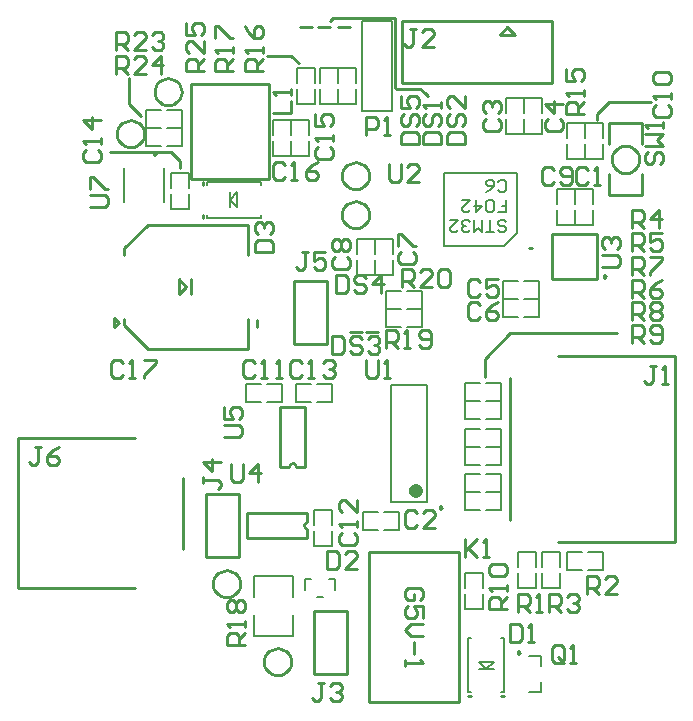
<source format=gto>
G04*
G04 #@! TF.GenerationSoftware,Altium Limited,Altium Designer,20.1.12 (249)*
G04*
G04 Layer_Color=65535*
%FSLAX25Y25*%
%MOIN*%
G70*
G04*
G04 #@! TF.SameCoordinates,CD40AE63-01C5-41B5-9579-828B942A7482*
G04*
G04*
G04 #@! TF.FilePolarity,Positive*
G04*
G01*
G75*
%ADD10C,0.01000*%
%ADD11C,0.00984*%
%ADD12C,0.02362*%
%ADD13C,0.00800*%
%ADD14C,0.00787*%
D10*
X578028Y385000D02*
X577914Y386007D01*
X577579Y386965D01*
X577040Y387823D01*
X576323Y388540D01*
X575464Y389079D01*
X574508Y389414D01*
X573500Y389528D01*
X572493Y389414D01*
X571535Y389079D01*
X570677Y388540D01*
X569960Y387823D01*
X569421Y386965D01*
X569086Y386007D01*
X568972Y385000D01*
X569086Y383993D01*
X569421Y383035D01*
X569960Y382177D01*
X570677Y381460D01*
X571535Y380921D01*
X572493Y380586D01*
X573500Y380472D01*
X574508Y380586D01*
X575464Y380921D01*
X576323Y381460D01*
X577040Y382177D01*
X577579Y383035D01*
X577914Y383993D01*
X578028Y385000D01*
X567000Y346000D02*
X566250Y346433D01*
Y345567D01*
X567000Y346000D01*
X463748Y282500D02*
X463382Y283384D01*
X462498Y283750D01*
X461614Y283384D01*
X461248Y282500D01*
X467493Y264248D02*
X466609Y263882D01*
X466243Y262998D01*
X466609Y262114D01*
X467493Y261748D01*
X488000Y379500D02*
X487887Y380501D01*
X487554Y381452D01*
X487018Y382306D01*
X486306Y383018D01*
X485453Y383554D01*
X484501Y383887D01*
X483500Y384000D01*
X482499Y383887D01*
X481547Y383554D01*
X480694Y383018D01*
X479982Y382306D01*
X479446Y381452D01*
X479113Y380501D01*
X479000Y379500D01*
X479113Y378499D01*
X479446Y377548D01*
X479982Y376694D01*
X480694Y375982D01*
X481547Y375446D01*
X482499Y375113D01*
X483500Y375000D01*
X484501Y375113D01*
X485453Y375446D01*
X486306Y375982D01*
X487018Y376694D01*
X487554Y377548D01*
X487887Y378499D01*
X488000Y379500D01*
Y366500D02*
X487887Y367501D01*
X487554Y368453D01*
X487018Y369306D01*
X486306Y370018D01*
X485453Y370554D01*
X484501Y370887D01*
X483500Y371000D01*
X482499Y370887D01*
X481547Y370554D01*
X480694Y370018D01*
X479982Y369306D01*
X479446Y368453D01*
X479113Y367501D01*
X479000Y366500D01*
X479113Y365499D01*
X479446Y364547D01*
X479982Y363694D01*
X480694Y362982D01*
X481547Y362446D01*
X482499Y362113D01*
X483500Y362000D01*
X484501Y362113D01*
X485453Y362446D01*
X486306Y362982D01*
X487018Y363694D01*
X487554Y364547D01*
X487887Y365499D01*
X488000Y366500D01*
X445000Y243500D02*
X444887Y244501D01*
X444554Y245452D01*
X444018Y246306D01*
X443306Y247018D01*
X442452Y247554D01*
X441501Y247887D01*
X440500Y248000D01*
X439499Y247887D01*
X438548Y247554D01*
X437694Y247018D01*
X436982Y246306D01*
X436446Y245452D01*
X436113Y244501D01*
X436000Y243500D01*
X436113Y242499D01*
X436446Y241547D01*
X436982Y240694D01*
X437694Y239982D01*
X438548Y239446D01*
X439499Y239113D01*
X440500Y239000D01*
X441501Y239113D01*
X442452Y239446D01*
X443306Y239982D01*
X444018Y240694D01*
X444554Y241547D01*
X444887Y242499D01*
X445000Y243500D01*
X462000Y217500D02*
X461887Y218501D01*
X461554Y219453D01*
X461018Y220306D01*
X460306Y221018D01*
X459452Y221554D01*
X458501Y221887D01*
X457500Y222000D01*
X456499Y221887D01*
X455548Y221554D01*
X454694Y221018D01*
X453982Y220306D01*
X453446Y219453D01*
X453113Y218501D01*
X453000Y217500D01*
X453113Y216499D01*
X453446Y215547D01*
X453982Y214694D01*
X454694Y213982D01*
X455548Y213446D01*
X456499Y213113D01*
X457500Y213000D01*
X458501Y213113D01*
X459452Y213446D01*
X460306Y213982D01*
X461018Y214694D01*
X461554Y215547D01*
X461887Y216499D01*
X462000Y217500D01*
X413000Y393500D02*
X412887Y394501D01*
X412554Y395452D01*
X412018Y396306D01*
X411306Y397018D01*
X410453Y397554D01*
X409501Y397887D01*
X408500Y398000D01*
X407499Y397887D01*
X406547Y397554D01*
X405694Y397018D01*
X404982Y396306D01*
X404446Y395452D01*
X404113Y394501D01*
X404000Y393500D01*
X404113Y392499D01*
X404446Y391547D01*
X404982Y390694D01*
X405694Y389982D01*
X406547Y389446D01*
X407499Y389113D01*
X408500Y389000D01*
X409501Y389113D01*
X410453Y389446D01*
X411306Y389982D01*
X412018Y390694D01*
X412554Y391547D01*
X412887Y392499D01*
X413000Y393500D01*
X425500Y407500D02*
X425387Y408501D01*
X425054Y409452D01*
X424518Y410306D01*
X423806Y411018D01*
X422953Y411554D01*
X422001Y411887D01*
X421000Y412000D01*
X419999Y411887D01*
X419047Y411554D01*
X418194Y411018D01*
X417482Y410306D01*
X416946Y409452D01*
X416613Y408501D01*
X416500Y407500D01*
X416613Y406499D01*
X416946Y405548D01*
X417482Y404694D01*
X418194Y403982D01*
X419047Y403446D01*
X419999Y403113D01*
X421000Y403000D01*
X422001Y403113D01*
X422953Y403446D01*
X423806Y403982D01*
X424518Y404694D01*
X425054Y405548D01*
X425387Y406499D01*
X425500Y407500D01*
X506500Y407000D02*
X507500Y406000D01*
X505000Y408500D02*
X506500Y407000D01*
X502500Y408500D02*
X505000D01*
X447666Y353229D02*
Y363170D01*
Y321831D02*
Y331772D01*
X414201Y321831D02*
X447666D01*
X414201Y363170D02*
X447666D01*
X406327Y329705D02*
X414201Y321831D01*
X406327Y355296D02*
X414201Y363170D01*
X406327Y329705D02*
Y331870D01*
Y353130D02*
Y355296D01*
X428602Y339953D02*
Y344953D01*
X424602Y339953D02*
X427102Y342454D01*
X424602Y339953D02*
Y344953D01*
X427102Y342454D01*
X403000Y329000D02*
X404500Y330500D01*
X403000Y332000D02*
X404500Y330500D01*
X403000Y329000D02*
Y332000D01*
X450500Y329000D02*
Y331500D01*
X564000Y398000D02*
Y400000D01*
X568000Y404000D01*
X582000D01*
X475000Y431000D02*
X476000Y432000D01*
X496500D01*
Y409000D02*
Y432000D01*
Y409000D02*
X497000Y408500D01*
X502500D01*
X568000Y373000D02*
X579000D01*
Y380000D01*
X568000Y373000D02*
Y380000D01*
X579000Y390000D02*
Y397000D01*
X568000D02*
X579000D01*
X568000Y390000D02*
Y397000D01*
X541374Y355441D02*
X542374D01*
X549000Y410500D02*
Y431000D01*
X499000D02*
X549000D01*
X499000Y410500D02*
Y431000D01*
Y410500D02*
X549000D01*
X531500Y426500D02*
X534000Y429000D01*
X536500Y426500D01*
X531500D02*
X536500D01*
X465000Y429000D02*
X469000D01*
X477500D02*
X481500D01*
X471000D02*
X475000D01*
X462000Y419500D02*
X464500Y417000D01*
X461500Y419500D02*
X462000D01*
X454000D02*
X461500D01*
X432500Y376500D02*
Y377500D01*
Y365500D02*
Y366500D01*
X425000Y382000D02*
Y384500D01*
X422000Y387500D02*
X425000Y384500D01*
X401500Y387500D02*
X422000D01*
X408000Y403500D02*
X412000Y399500D01*
X408000Y403500D02*
Y412000D01*
X428500Y378500D02*
X454500D01*
X428500D02*
Y410000D01*
X454500D01*
Y378500D02*
Y410000D01*
X487000Y327500D02*
X491000D01*
X481500D02*
X485500D01*
X564000Y345000D02*
Y360000D01*
X549000D02*
X564000D01*
X549000Y345000D02*
Y360000D01*
Y345000D02*
X564000D01*
X526500Y312500D02*
Y318500D01*
X535000Y327000D01*
X570500D01*
X466577Y282500D02*
Y302500D01*
X458420D02*
X466577D01*
X458420Y282500D02*
Y302500D01*
Y282500D02*
X461248D01*
X463748D02*
X466577D01*
X467493Y264248D02*
Y267077D01*
Y258920D02*
Y261748D01*
X447493Y258920D02*
X467493D01*
X447493D02*
Y267077D01*
X467493D01*
X433500Y252500D02*
X444500D01*
X433500D02*
Y273500D01*
X444500D01*
Y252500D02*
Y273500D01*
X469500Y234500D02*
X480500D01*
Y213500D02*
Y234500D01*
X469500Y213500D02*
X480500D01*
X469500D02*
Y234500D01*
X488000Y254000D02*
X518000D01*
X488000Y204000D02*
Y254000D01*
Y204000D02*
X518000D01*
Y254000D01*
X521000Y206000D02*
X522000D01*
X532000D02*
X533000D01*
X550999Y257499D02*
X589999D01*
X550999Y319499D02*
X589999D01*
X534999Y264877D02*
Y312121D01*
X589999Y257499D02*
Y319499D01*
X371000Y242000D02*
X410000D01*
X371000Y292000D02*
X410000D01*
X426000Y255189D02*
Y278811D01*
X371000Y242000D02*
Y292000D01*
X474000Y323500D02*
Y344500D01*
X463000D02*
X474000D01*
X463000Y323500D02*
Y344500D01*
Y323500D02*
X474000D01*
X406001Y316999D02*
X405001Y317999D01*
X403002D01*
X402002Y316999D01*
Y313001D01*
X403002Y312001D01*
X405001D01*
X406001Y313001D01*
X408001Y312001D02*
X410000D01*
X409000D01*
Y317999D01*
X408001Y316999D01*
X412999Y317999D02*
X416998D01*
Y316999D01*
X412999Y313001D01*
Y312001D01*
X535001Y229999D02*
Y224001D01*
X538000D01*
X539000Y225001D01*
Y228999D01*
X538000Y229999D01*
X535001D01*
X540999Y224001D02*
X542999D01*
X541999D01*
Y229999D01*
X540999Y228999D01*
X583501Y403001D02*
X582501Y402001D01*
Y400002D01*
X583501Y399002D01*
X587499D01*
X588499Y400002D01*
Y402001D01*
X587499Y403001D01*
X588499Y405000D02*
Y407000D01*
Y406000D01*
X582501D01*
X583501Y405000D01*
Y409999D02*
X582501Y410998D01*
Y412998D01*
X583501Y413998D01*
X587499D01*
X588499Y412998D01*
Y410998D01*
X587499Y409999D01*
X583501D01*
X559499Y400002D02*
X553501D01*
Y403001D01*
X554501Y404001D01*
X556500D01*
X557500Y403001D01*
Y400002D01*
Y402002D02*
X559499Y404001D01*
Y406001D02*
Y408000D01*
Y407000D01*
X553501D01*
X554501Y406001D01*
X553501Y414998D02*
Y410999D01*
X556500D01*
X555500Y412998D01*
Y413998D01*
X556500Y414998D01*
X558499D01*
X559499Y413998D01*
Y411999D01*
X558499Y410999D01*
X581001Y387501D02*
X580001Y386501D01*
Y384502D01*
X581001Y383502D01*
X582000D01*
X583000Y384502D01*
Y386501D01*
X584000Y387501D01*
X584999D01*
X585999Y386501D01*
Y384502D01*
X584999Y383502D01*
X580001Y389500D02*
X585999D01*
X584000Y391500D01*
X585999Y393499D01*
X580001D01*
X585999Y395498D02*
Y397498D01*
Y396498D01*
X580001D01*
X581001Y395498D01*
X561000Y381499D02*
X560000Y382499D01*
X558001D01*
X557001Y381499D01*
Y377501D01*
X558001Y376501D01*
X560000D01*
X561000Y377501D01*
X562999Y376501D02*
X564999D01*
X563999D01*
Y382499D01*
X562999Y381499D01*
X549500D02*
X548501Y382499D01*
X546501D01*
X545502Y381499D01*
Y377501D01*
X546501Y376501D01*
X548501D01*
X549500Y377501D01*
X551500D02*
X552499Y376501D01*
X554499D01*
X555498Y377501D01*
Y381499D01*
X554499Y382499D01*
X552499D01*
X551500Y381499D01*
Y380500D01*
X552499Y379500D01*
X555498D01*
X527001Y398500D02*
X526001Y397501D01*
Y395501D01*
X527001Y394502D01*
X530999D01*
X531999Y395501D01*
Y397501D01*
X530999Y398500D01*
X527001Y400500D02*
X526001Y401499D01*
Y403499D01*
X527001Y404498D01*
X528000D01*
X529000Y403499D01*
Y402499D01*
Y403499D01*
X530000Y404498D01*
X530999D01*
X531999Y403499D01*
Y401499D01*
X530999Y400500D01*
X547501Y398500D02*
X546501Y397501D01*
Y395501D01*
X547501Y394502D01*
X551499D01*
X552499Y395501D01*
Y397501D01*
X551499Y398500D01*
X552499Y403499D02*
X546501D01*
X549500Y400500D01*
Y404498D01*
X494502Y383499D02*
Y378501D01*
X495501Y377501D01*
X497501D01*
X498500Y378501D01*
Y383499D01*
X504498Y377501D02*
X500500D01*
X504498Y381500D01*
Y382499D01*
X503499Y383499D01*
X501499D01*
X500500Y382499D01*
X503500Y428499D02*
X501501D01*
X502501D01*
Y423501D01*
X501501Y422501D01*
X500501D01*
X499502Y423501D01*
X509498Y422501D02*
X505500D01*
X509498Y426500D01*
Y427499D01*
X508499Y428499D01*
X506499D01*
X505500Y427499D01*
X487001Y393001D02*
Y398999D01*
X490000D01*
X491000Y397999D01*
Y396000D01*
X490000Y395000D01*
X487001D01*
X492999Y393001D02*
X494999D01*
X493999D01*
Y398999D01*
X492999Y397999D01*
X498501Y390003D02*
X504499D01*
Y393002D01*
X503499Y394001D01*
X499501D01*
X498501Y393002D01*
Y390003D01*
X499501Y399999D02*
X498501Y399000D01*
Y397000D01*
X499501Y396001D01*
X500500D01*
X501500Y397000D01*
Y399000D01*
X502500Y399999D01*
X503499D01*
X504499Y399000D01*
Y397000D01*
X503499Y396001D01*
X498501Y405997D02*
Y401999D01*
X501500D01*
X500500Y403998D01*
Y404998D01*
X501500Y405997D01*
X503499D01*
X504499Y404998D01*
Y402998D01*
X503499Y401999D01*
X514001Y390003D02*
X519999D01*
Y393002D01*
X518999Y394001D01*
X515001D01*
X514001Y393002D01*
Y390003D01*
X515001Y399999D02*
X514001Y399000D01*
Y397000D01*
X515001Y396001D01*
X516000D01*
X517000Y397000D01*
Y399000D01*
X518000Y399999D01*
X518999D01*
X519999Y399000D01*
Y397000D01*
X518999Y396001D01*
X519999Y405997D02*
Y401999D01*
X516000Y405997D01*
X515001D01*
X514001Y404998D01*
Y402998D01*
X515001Y401999D01*
X506001Y390002D02*
X511999D01*
Y393001D01*
X510999Y394001D01*
X507001D01*
X506001Y393001D01*
Y390002D01*
X507001Y399999D02*
X506001Y398999D01*
Y397000D01*
X507001Y396000D01*
X508000D01*
X509000Y397000D01*
Y398999D01*
X510000Y399999D01*
X510999D01*
X511999Y398999D01*
Y397000D01*
X510999Y396000D01*
X511999Y401998D02*
Y403998D01*
Y402998D01*
X506001D01*
X507001Y401998D01*
X452499Y414502D02*
X446501D01*
Y417501D01*
X447501Y418501D01*
X449500D01*
X450500Y417501D01*
Y414502D01*
Y416502D02*
X452499Y418501D01*
Y420501D02*
Y422500D01*
Y421500D01*
X446501D01*
X447501Y420501D01*
X446501Y429498D02*
X447501Y427498D01*
X449500Y425499D01*
X451499D01*
X452499Y426499D01*
Y428498D01*
X451499Y429498D01*
X450500D01*
X449500Y428498D01*
Y425499D01*
X442499Y414502D02*
X436501D01*
Y417501D01*
X437501Y418501D01*
X439500D01*
X440500Y417501D01*
Y414502D01*
Y416502D02*
X442499Y418501D01*
Y420501D02*
Y422500D01*
Y421500D01*
X436501D01*
X437501Y420501D01*
X436501Y425499D02*
Y429498D01*
X437501D01*
X441499Y425499D01*
X442499D01*
X432999Y414503D02*
X427001D01*
Y417502D01*
X428001Y418501D01*
X430000D01*
X431000Y417502D01*
Y414503D01*
Y416502D02*
X432999Y418501D01*
Y424499D02*
Y420501D01*
X429000Y424499D01*
X428001D01*
X427001Y423500D01*
Y421500D01*
X428001Y420501D01*
X427001Y430497D02*
Y426499D01*
X430000D01*
X429000Y428498D01*
Y429498D01*
X430000Y430497D01*
X431999D01*
X432999Y429498D01*
Y427498D01*
X431999Y426499D01*
X471001Y389001D02*
X470001Y388001D01*
Y386002D01*
X471001Y385002D01*
X474999D01*
X475999Y386002D01*
Y388001D01*
X474999Y389001D01*
X475999Y391001D02*
Y393000D01*
Y392000D01*
X470001D01*
X471001Y391001D01*
X470001Y399998D02*
Y395999D01*
X473000D01*
X472000Y397998D01*
Y398998D01*
X473000Y399998D01*
X474999D01*
X475999Y398998D01*
Y396999D01*
X474999Y395999D01*
X460001Y382999D02*
X459001Y383999D01*
X457002D01*
X456002Y382999D01*
Y379001D01*
X457002Y378001D01*
X459001D01*
X460001Y379001D01*
X462001Y378001D02*
X464000D01*
X463000D01*
Y383999D01*
X462001Y382999D01*
X470998Y383999D02*
X468998Y382999D01*
X466999Y381000D01*
Y379001D01*
X467999Y378001D01*
X469998D01*
X470998Y379001D01*
Y380000D01*
X469998Y381000D01*
X466999D01*
X450001Y354002D02*
X455999D01*
Y357001D01*
X454999Y358000D01*
X451001D01*
X450001Y357001D01*
Y354002D01*
X451001Y360000D02*
X450001Y360999D01*
Y362999D01*
X451001Y363998D01*
X452000D01*
X453000Y362999D01*
Y361999D01*
Y362999D01*
X454000Y363998D01*
X454999D01*
X455999Y362999D01*
Y360999D01*
X454999Y360000D01*
X393501Y388001D02*
X392501Y387001D01*
Y385002D01*
X393501Y384002D01*
X397499D01*
X398499Y385002D01*
Y387001D01*
X397499Y388001D01*
X398499Y390001D02*
Y392000D01*
Y391000D01*
X392501D01*
X393501Y390001D01*
X398499Y397998D02*
X392501D01*
X395500Y394999D01*
Y398998D01*
X403503Y413501D02*
Y419499D01*
X406502D01*
X407501Y418499D01*
Y416500D01*
X406502Y415500D01*
X403503D01*
X405502D02*
X407501Y413501D01*
X413499D02*
X409501D01*
X413499Y417500D01*
Y418499D01*
X412500Y419499D01*
X410500D01*
X409501Y418499D01*
X418498Y413501D02*
Y419499D01*
X415499Y416500D01*
X419497D01*
X403503Y421501D02*
Y427499D01*
X406502D01*
X407501Y426499D01*
Y424500D01*
X406502Y423500D01*
X403503D01*
X405502D02*
X407501Y421501D01*
X413499D02*
X409501D01*
X413499Y425500D01*
Y426499D01*
X412500Y427499D01*
X410500D01*
X409501Y426499D01*
X415499D02*
X416498Y427499D01*
X418498D01*
X419497Y426499D01*
Y425500D01*
X418498Y424500D01*
X417498D01*
X418498D01*
X419497Y423500D01*
Y422501D01*
X418498Y421501D01*
X416498D01*
X415499Y422501D01*
X456001Y400501D02*
X461999D01*
Y404500D01*
Y406499D02*
Y408499D01*
Y407499D01*
X456001D01*
X457001Y406499D01*
X395001Y369002D02*
X399999D01*
X400999Y370001D01*
Y372001D01*
X399999Y373000D01*
X395001D01*
Y375000D02*
Y378998D01*
X396001D01*
X399999Y375000D01*
X400999D01*
X498501Y354000D02*
X497501Y353001D01*
Y351001D01*
X498501Y350002D01*
X502499D01*
X503499Y351001D01*
Y353001D01*
X502499Y354000D01*
X497501Y356000D02*
Y359998D01*
X498501D01*
X502499Y356000D01*
X503499D01*
X476501Y352500D02*
X475501Y351501D01*
Y349501D01*
X476501Y348502D01*
X480499D01*
X481499Y349501D01*
Y351501D01*
X480499Y352500D01*
X476501Y354500D02*
X475501Y355499D01*
Y357499D01*
X476501Y358498D01*
X477500D01*
X478500Y357499D01*
X479500Y358498D01*
X480499D01*
X481499Y357499D01*
Y355499D01*
X480499Y354500D01*
X479500D01*
X478500Y355499D01*
X477500Y354500D01*
X476501D01*
X478500Y355499D02*
Y357499D01*
X499003Y342501D02*
Y348499D01*
X502002D01*
X503001Y347499D01*
Y345500D01*
X502002Y344500D01*
X499003D01*
X501002D02*
X503001Y342501D01*
X508999D02*
X505001D01*
X508999Y346500D01*
Y347499D01*
X508000Y348499D01*
X506000D01*
X505001Y347499D01*
X510999D02*
X511998Y348499D01*
X513998D01*
X514997Y347499D01*
Y343501D01*
X513998Y342501D01*
X511998D01*
X510999Y343501D01*
Y347499D01*
X475503Y325999D02*
Y320001D01*
X478502D01*
X479501Y321001D01*
Y324999D01*
X478502Y325999D01*
X475503D01*
X485499Y324999D02*
X484500Y325999D01*
X482500D01*
X481501Y324999D01*
Y324000D01*
X482500Y323000D01*
X484500D01*
X485499Y322000D01*
Y321001D01*
X484500Y320001D01*
X482500D01*
X481501Y321001D01*
X487499Y324999D02*
X488498Y325999D01*
X490498D01*
X491497Y324999D01*
Y324000D01*
X490498Y323000D01*
X489498D01*
X490498D01*
X491497Y322000D01*
Y321001D01*
X490498Y320001D01*
X488498D01*
X487499Y321001D01*
X477003Y346499D02*
Y340501D01*
X480002D01*
X481001Y341501D01*
Y345499D01*
X480002Y346499D01*
X477003D01*
X486999Y345499D02*
X486000Y346499D01*
X484000D01*
X483001Y345499D01*
Y344500D01*
X484000Y343500D01*
X486000D01*
X486999Y342500D01*
Y341501D01*
X486000Y340501D01*
X484000D01*
X483001Y341501D01*
X491998Y340501D02*
Y346499D01*
X488999Y343500D01*
X492997D01*
X493502Y322001D02*
Y327999D01*
X496501D01*
X497501Y326999D01*
Y325000D01*
X496501Y324000D01*
X493502D01*
X495502D02*
X497501Y322001D01*
X499501D02*
X501500D01*
X500500D01*
Y327999D01*
X499501Y326999D01*
X504499Y323001D02*
X505499Y322001D01*
X507498D01*
X508498Y323001D01*
Y326999D01*
X507498Y327999D01*
X505499D01*
X504499Y326999D01*
Y326000D01*
X505499Y325000D01*
X508498D01*
X525000Y343999D02*
X524001Y344999D01*
X522001D01*
X521002Y343999D01*
Y340001D01*
X522001Y339001D01*
X524001D01*
X525000Y340001D01*
X530998Y344999D02*
X527000D01*
Y342000D01*
X528999Y343000D01*
X529999D01*
X530998Y342000D01*
Y340001D01*
X529999Y339001D01*
X527999D01*
X527000Y340001D01*
X525000Y336499D02*
X524001Y337499D01*
X522001D01*
X521002Y336499D01*
Y332501D01*
X522001Y331501D01*
X524001D01*
X525000Y332501D01*
X530998Y337499D02*
X528999Y336499D01*
X527000Y334500D01*
Y332501D01*
X527999Y331501D01*
X529999D01*
X530998Y332501D01*
Y333500D01*
X529999Y334500D01*
X527000D01*
X565501Y349002D02*
X570499D01*
X571499Y350001D01*
Y352001D01*
X570499Y353000D01*
X565501D01*
X566501Y355000D02*
X565501Y355999D01*
Y357999D01*
X566501Y358998D01*
X567500D01*
X568500Y357999D01*
Y356999D01*
Y357999D01*
X569500Y358998D01*
X570499D01*
X571499Y357999D01*
Y355999D01*
X570499Y355000D01*
X575600Y354400D02*
Y360398D01*
X578599D01*
X579599Y359398D01*
Y357399D01*
X578599Y356399D01*
X575600D01*
X577599D02*
X579599Y354400D01*
X585597Y360398D02*
X581598D01*
Y357399D01*
X583597Y358399D01*
X584597D01*
X585597Y357399D01*
Y355400D01*
X584597Y354400D01*
X582598D01*
X581598Y355400D01*
X575502Y362001D02*
Y367999D01*
X578501D01*
X579500Y366999D01*
Y365000D01*
X578501Y364000D01*
X575502D01*
X577501D02*
X579500Y362001D01*
X584499D02*
Y367999D01*
X581500Y365000D01*
X585498D01*
X575502Y346501D02*
Y352499D01*
X578501D01*
X579500Y351499D01*
Y349500D01*
X578501Y348500D01*
X575502D01*
X577501D02*
X579500Y346501D01*
X581500Y352499D02*
X585498D01*
Y351499D01*
X581500Y347501D01*
Y346501D01*
X575600Y338900D02*
Y344898D01*
X578599D01*
X579599Y343898D01*
Y341899D01*
X578599Y340899D01*
X575600D01*
X577599D02*
X579599Y338900D01*
X585597Y344898D02*
X583597Y343898D01*
X581598Y341899D01*
Y339900D01*
X582598Y338900D01*
X584597D01*
X585597Y339900D01*
Y340899D01*
X584597Y341899D01*
X581598D01*
X575502Y331501D02*
Y337499D01*
X578501D01*
X579500Y336499D01*
Y334500D01*
X578501Y333500D01*
X575502D01*
X577501D02*
X579500Y331501D01*
X581500Y336499D02*
X582499Y337499D01*
X584499D01*
X585498Y336499D01*
Y335500D01*
X584499Y334500D01*
X585498Y333500D01*
Y332501D01*
X584499Y331501D01*
X582499D01*
X581500Y332501D01*
Y333500D01*
X582499Y334500D01*
X581500Y335500D01*
Y336499D01*
X582499Y334500D02*
X584499D01*
X575600Y323900D02*
Y329898D01*
X578599D01*
X579599Y328898D01*
Y326899D01*
X578599Y325899D01*
X575600D01*
X577599D02*
X579599Y323900D01*
X581598Y324900D02*
X582598Y323900D01*
X584597D01*
X585597Y324900D01*
Y328898D01*
X584597Y329898D01*
X582598D01*
X581598Y328898D01*
Y327899D01*
X582598Y326899D01*
X585597D01*
X479001Y260501D02*
X478001Y259502D01*
Y257502D01*
X479001Y256502D01*
X482999D01*
X483999Y257502D01*
Y259502D01*
X482999Y260501D01*
X483999Y262501D02*
Y264500D01*
Y263500D01*
X478001D01*
X479001Y262501D01*
X483999Y271498D02*
Y267499D01*
X480000Y271498D01*
X479001D01*
X478001Y270498D01*
Y268498D01*
X479001Y267499D01*
X487001Y317999D02*
Y313001D01*
X488001Y312001D01*
X490000D01*
X491000Y313001D01*
Y317999D01*
X492999Y312001D02*
X494999D01*
X493999D01*
Y317999D01*
X492999Y316999D01*
X465501D02*
X464501Y317999D01*
X462502D01*
X461502Y316999D01*
Y313001D01*
X462502Y312001D01*
X464501D01*
X465501Y313001D01*
X467500Y312001D02*
X469500D01*
X468500D01*
Y317999D01*
X467500Y316999D01*
X472499D02*
X473498Y317999D01*
X475498D01*
X476498Y316999D01*
Y316000D01*
X475498Y315000D01*
X474498D01*
X475498D01*
X476498Y314000D01*
Y313001D01*
X475498Y312001D01*
X473498D01*
X472499Y313001D01*
X450001Y316999D02*
X449001Y317999D01*
X447002D01*
X446002Y316999D01*
Y313001D01*
X447002Y312001D01*
X449001D01*
X450001Y313001D01*
X452000Y312001D02*
X454000D01*
X453000D01*
Y317999D01*
X452000Y316999D01*
X456998Y312001D02*
X458998D01*
X457998D01*
Y317999D01*
X456998Y316999D01*
X439501Y292502D02*
X444499D01*
X445499Y293501D01*
Y295501D01*
X444499Y296500D01*
X439501D01*
Y302498D02*
Y298500D01*
X442500D01*
X441500Y300499D01*
Y301499D01*
X442500Y302498D01*
X444499D01*
X445499Y301499D01*
Y299499D01*
X444499Y298500D01*
X442002Y283499D02*
Y278501D01*
X443001Y277501D01*
X445001D01*
X446000Y278501D01*
Y283499D01*
X450999Y277501D02*
Y283499D01*
X448000Y280500D01*
X451998D01*
X432501Y279000D02*
Y277001D01*
Y278001D01*
X437499D01*
X438499Y277001D01*
Y276001D01*
X437499Y275002D01*
X438499Y283999D02*
X432501D01*
X435500Y281000D01*
Y284998D01*
X560502Y240001D02*
Y245999D01*
X563501D01*
X564500Y244999D01*
Y243000D01*
X563501Y242000D01*
X560502D01*
X562501D02*
X564500Y240001D01*
X570498D02*
X566500D01*
X570498Y244000D01*
Y244999D01*
X569499Y245999D01*
X567499D01*
X566500Y244999D01*
X446499Y223002D02*
X440501D01*
Y226002D01*
X441501Y227001D01*
X443500D01*
X444500Y226002D01*
Y223002D01*
Y225002D02*
X446499Y227001D01*
Y229000D02*
Y231000D01*
Y230000D01*
X440501D01*
X441501Y229000D01*
Y233999D02*
X440501Y234998D01*
Y236998D01*
X441501Y237998D01*
X442500D01*
X443500Y236998D01*
X444500Y237998D01*
X445499D01*
X446499Y236998D01*
Y234998D01*
X445499Y233999D01*
X444500D01*
X443500Y234998D01*
X442500Y233999D01*
X441501D01*
X443500Y234998D02*
Y236998D01*
X473000Y210499D02*
X471001D01*
X472001D01*
Y205501D01*
X471001Y204501D01*
X470001D01*
X469002Y205501D01*
X475000Y209499D02*
X475999Y210499D01*
X477999D01*
X478998Y209499D01*
Y208500D01*
X477999Y207500D01*
X476999D01*
X477999D01*
X478998Y206500D01*
Y205501D01*
X477999Y204501D01*
X475999D01*
X475000Y205501D01*
X474002Y254499D02*
Y248501D01*
X477001D01*
X478000Y249501D01*
Y253499D01*
X477001Y254499D01*
X474002D01*
X483998Y248501D02*
X480000D01*
X483998Y252500D01*
Y253499D01*
X482999Y254499D01*
X480999D01*
X480000Y253499D01*
X504000Y266999D02*
X503001Y267999D01*
X501001D01*
X500002Y266999D01*
Y263001D01*
X501001Y262001D01*
X503001D01*
X504000Y263001D01*
X509998Y262001D02*
X506000D01*
X509998Y266000D01*
Y266999D01*
X508999Y267999D01*
X506999D01*
X506000Y266999D01*
X520001Y258499D02*
Y252501D01*
Y254500D01*
X524000Y258499D01*
X521001Y255500D01*
X524000Y252501D01*
X525999D02*
X527999D01*
X526999D01*
Y258499D01*
X525999Y257499D01*
X504998Y237997D02*
X505998Y238997D01*
Y240996D01*
X504998Y241996D01*
X501000D01*
X500000Y240996D01*
Y238997D01*
X501000Y237997D01*
X502999D01*
Y239996D01*
X505998Y231999D02*
Y235998D01*
X502999D01*
X503999Y233998D01*
Y232999D01*
X502999Y231999D01*
X501000D01*
X500000Y232999D01*
Y234998D01*
X501000Y235998D01*
X505998Y230000D02*
X501999D01*
X500000Y228000D01*
X501999Y226001D01*
X505998D01*
X502999Y224002D02*
Y220003D01*
X500000Y218004D02*
Y216004D01*
Y217004D01*
X505998D01*
X504998Y218004D01*
X548002Y234001D02*
Y239999D01*
X551001D01*
X552000Y238999D01*
Y237000D01*
X551001Y236000D01*
X548002D01*
X550001D02*
X552000Y234001D01*
X554000Y238999D02*
X554999Y239999D01*
X556999D01*
X557998Y238999D01*
Y238000D01*
X556999Y237000D01*
X555999D01*
X556999D01*
X557998Y236000D01*
Y235001D01*
X556999Y234001D01*
X554999D01*
X554000Y235001D01*
X537501Y234001D02*
Y239999D01*
X540500D01*
X541500Y238999D01*
Y237000D01*
X540500Y236000D01*
X537501D01*
X539501D02*
X541500Y234001D01*
X543499D02*
X545499D01*
X544499D01*
Y239999D01*
X543499Y238999D01*
X533999Y235002D02*
X528001D01*
Y238001D01*
X529001Y239001D01*
X531000D01*
X532000Y238001D01*
Y235002D01*
Y237002D02*
X533999Y239001D01*
Y241001D02*
Y243000D01*
Y242000D01*
X528001D01*
X529001Y241001D01*
Y245999D02*
X528001Y246999D01*
Y248998D01*
X529001Y249998D01*
X532999D01*
X533999Y248998D01*
Y246999D01*
X532999Y245999D01*
X529001D01*
X553000Y218001D02*
Y221999D01*
X552000Y222999D01*
X550001D01*
X549001Y221999D01*
Y218001D01*
X550001Y217001D01*
X552000D01*
X551001Y219000D02*
X553000Y217001D01*
X552000D02*
X553000Y218001D01*
X554999Y217001D02*
X556999D01*
X555999D01*
Y222999D01*
X554999Y221999D01*
X467499Y353998D02*
X465499D01*
X466499D01*
Y349000D01*
X465499Y348000D01*
X464500D01*
X463500Y349000D01*
X473497Y353998D02*
X469498D01*
Y350999D01*
X471497Y351999D01*
X472497D01*
X473497Y350999D01*
Y349000D01*
X472497Y348000D01*
X470498D01*
X469498Y349000D01*
X378500Y288999D02*
X376501D01*
X377501D01*
Y284001D01*
X376501Y283001D01*
X375501D01*
X374502Y284001D01*
X384498Y288999D02*
X382499Y287999D01*
X380500Y286000D01*
Y284001D01*
X381499Y283001D01*
X383499D01*
X384498Y284001D01*
Y285000D01*
X383499Y286000D01*
X380500D01*
X583500Y315999D02*
X581501D01*
X582500D01*
Y311001D01*
X581501Y310001D01*
X580501D01*
X579501Y311001D01*
X585499Y310001D02*
X587499D01*
X586499D01*
Y315999D01*
X585499Y314999D01*
D11*
X417167Y386986D02*
X416429Y387412D01*
Y386560D01*
X417167Y386986D01*
X512492Y268883D02*
X511754Y269310D01*
Y268457D01*
X512492Y268883D01*
X538465Y220587D02*
X537726Y221013D01*
Y220160D01*
X538465Y220587D01*
D12*
X504716Y274572D02*
X504272Y275496D01*
X503273Y275724D01*
X502471Y275085D01*
Y274060D01*
X503273Y273421D01*
X504272Y273649D01*
X504716Y274572D01*
D13*
X560000Y397000D02*
X566000D01*
X560000Y385000D02*
X566000D01*
Y392000D02*
Y397000D01*
Y385000D02*
Y390000D01*
X560000Y392000D02*
Y397000D01*
Y385000D02*
Y390000D01*
X554000Y385000D02*
Y390000D01*
Y392000D02*
Y397000D01*
X560000Y385000D02*
Y390000D01*
Y392000D02*
Y397000D01*
X554000Y385000D02*
X560000D01*
X554000Y397000D02*
X560000D01*
X556500Y363000D02*
X562500D01*
X556500Y375000D02*
X562500D01*
X556500Y363000D02*
Y368000D01*
Y370000D02*
Y375000D01*
X562500Y363000D02*
Y368000D01*
Y370000D02*
Y375000D01*
X550500Y363000D02*
X556500D01*
X550500Y375000D02*
X556500D01*
X550500Y363000D02*
Y368000D01*
Y370000D02*
Y375000D01*
X556500Y363000D02*
Y368000D01*
Y370000D02*
Y375000D01*
X533500Y405500D02*
X539500D01*
X533500Y393500D02*
X539500D01*
Y400500D02*
Y405500D01*
Y393500D02*
Y398500D01*
X533500Y400500D02*
Y405500D01*
Y393500D02*
Y398500D01*
X539500Y405500D02*
X545500D01*
X539500Y393500D02*
X545500D01*
Y400500D02*
Y405500D01*
Y393500D02*
Y398500D01*
X539500Y400500D02*
Y405500D01*
Y393500D02*
Y398500D01*
X477500Y410500D02*
Y415500D01*
Y403500D02*
Y408500D01*
X471500Y410500D02*
Y415500D01*
Y403500D02*
Y408500D01*
Y415500D02*
X477500D01*
X471500Y403500D02*
X477500D01*
X483500Y410500D02*
Y415500D01*
Y403500D02*
Y408500D01*
X477500Y410500D02*
Y415500D01*
Y403500D02*
Y408500D01*
Y415500D02*
X483500D01*
X477500Y403500D02*
X483500D01*
X470000Y410500D02*
Y415500D01*
Y403500D02*
Y408500D01*
X464000Y410500D02*
Y415500D01*
Y403500D02*
Y408500D01*
Y415500D02*
X470000D01*
X464000Y403500D02*
X470000D01*
X462000Y398000D02*
X468000D01*
X462000Y386000D02*
X468000D01*
Y393000D02*
Y398000D01*
Y386000D02*
Y391000D01*
X462000Y393000D02*
Y398000D01*
Y386000D02*
Y391000D01*
X456000Y398000D02*
X462000D01*
X456000Y386000D02*
X462000D01*
Y393000D02*
Y398000D01*
Y386000D02*
Y391000D01*
X456000Y393000D02*
Y398000D01*
Y386000D02*
Y391000D01*
X422000Y368500D02*
X428000D01*
X422000Y380500D02*
X428000D01*
X422000Y368500D02*
Y373500D01*
Y375500D02*
Y380500D01*
X428000Y368500D02*
Y373500D01*
Y375500D02*
Y380500D01*
X420624Y389500D02*
X425624D01*
X413624D02*
X418624D01*
X420624Y395500D02*
X425624D01*
X413624D02*
X418624D01*
X425624Y389500D02*
Y395500D01*
X413624Y389500D02*
Y395500D01*
Y401500D02*
X418624D01*
X420624D02*
X425624D01*
X413624Y395500D02*
X418624D01*
X420624D02*
X425624D01*
X413624D02*
Y401500D01*
X425624Y395500D02*
Y401500D01*
X496000Y353500D02*
Y358500D01*
Y346500D02*
Y351500D01*
X490000Y353500D02*
Y358500D01*
Y346500D02*
Y351500D01*
Y358500D02*
X496000D01*
X490000Y346500D02*
X496000D01*
X490000Y353500D02*
Y358500D01*
Y346500D02*
Y351500D01*
X484000Y353500D02*
Y358500D01*
Y346500D02*
Y351500D01*
Y358500D02*
X490000D01*
X484000Y346500D02*
X490000D01*
X500500Y335000D02*
X505500D01*
X493500D02*
X498500D01*
X500500Y341000D02*
X505500D01*
X493500D02*
X498500D01*
X505500Y335000D02*
Y341000D01*
X493500Y335000D02*
Y341000D01*
X500500Y329000D02*
X505500D01*
X493500D02*
X498500D01*
X500500Y335000D02*
X505500D01*
X493500D02*
X498500D01*
X505500Y329000D02*
Y335000D01*
X493500Y329000D02*
Y335000D01*
X532500Y344500D02*
X537500D01*
X539500D02*
X544500D01*
X532500Y338500D02*
X537500D01*
X539500D02*
X544500D01*
X532500D02*
Y344500D01*
X544500Y338500D02*
Y344500D01*
X532500Y338500D02*
X537500D01*
X539500D02*
X544500D01*
X532500Y332500D02*
X537500D01*
X539500D02*
X544500D01*
X532500D02*
Y338500D01*
X544500Y332500D02*
Y338500D01*
X527000Y298500D02*
X532000D01*
X520000D02*
X525000D01*
X527000Y304500D02*
X532000D01*
X520000D02*
X525000D01*
X532000Y298500D02*
Y304500D01*
X520000Y298500D02*
Y304500D01*
Y310500D02*
X525000D01*
X527000D02*
X532000D01*
X520000Y304500D02*
X525000D01*
X527000D02*
X532000D01*
X520000D02*
Y310500D01*
X532000Y304500D02*
Y310500D01*
X527000Y289000D02*
X532000D01*
X520000D02*
X525000D01*
X527000Y295000D02*
X532000D01*
X520000D02*
X525000D01*
X532000Y289000D02*
Y295000D01*
X520000Y289000D02*
Y295000D01*
Y289000D02*
X525000D01*
X527000D02*
X532000D01*
X520000Y283000D02*
X525000D01*
X527000D02*
X532000D01*
X520000D02*
Y289000D01*
X532000Y283000D02*
Y289000D01*
X520000Y280000D02*
X525000D01*
X527000D02*
X532000D01*
X520000Y274000D02*
X525000D01*
X527000D02*
X532000D01*
X520000D02*
Y280000D01*
X532000Y274000D02*
Y280000D01*
X527000Y268000D02*
X532000D01*
X520000D02*
X525000D01*
X527000Y274000D02*
X532000D01*
X520000D02*
X525000D01*
X532000Y268000D02*
Y274000D01*
X520000Y268000D02*
Y274000D01*
X469500Y268000D02*
X475500D01*
X469500Y256000D02*
X475500D01*
Y263000D02*
Y268000D01*
Y256000D02*
Y261000D01*
X469500Y263000D02*
Y268000D01*
Y256000D02*
Y261000D01*
X463500Y304000D02*
Y310000D01*
X475500Y304000D02*
Y310000D01*
X463500D02*
X468500D01*
X470500D02*
X475500D01*
X463500Y304000D02*
X468500D01*
X470500D02*
X475500D01*
X447000Y310000D02*
X452000D01*
X454000D02*
X459000D01*
X447000Y304000D02*
X452000D01*
X454000D02*
X459000D01*
X447000D02*
Y310000D01*
X459000Y304000D02*
Y310000D01*
X554000Y254000D02*
X559000D01*
X561000D02*
X566000D01*
X554000Y248000D02*
X559000D01*
X561000D02*
X566000D01*
X554000D02*
Y254000D01*
X566000Y248000D02*
Y254000D01*
X462500Y239000D02*
Y246000D01*
Y226000D02*
Y233000D01*
X449500Y239000D02*
Y246000D01*
Y226000D02*
Y233000D01*
Y246000D02*
X462500D01*
X449500Y226000D02*
X462500D01*
X470500Y239000D02*
X472500D01*
X476500Y241500D02*
Y245000D01*
X474500D02*
X476500D01*
X466500Y241500D02*
Y245000D01*
X468500D01*
X498000Y261500D02*
Y267500D01*
X486000Y261500D02*
Y267500D01*
X493000Y261500D02*
X498000D01*
X486000D02*
X491000D01*
X493000Y267500D02*
X498000D01*
X486000D02*
X491000D01*
X545500Y254000D02*
X551500D01*
X545500Y242000D02*
X551500D01*
Y249000D02*
Y254000D01*
Y242000D02*
Y247000D01*
X545500Y249000D02*
Y254000D01*
Y242000D02*
Y247000D01*
X537500Y254000D02*
X543500D01*
X537500Y242000D02*
X543500D01*
Y249000D02*
Y254000D01*
Y242000D02*
Y247000D01*
X537500Y249000D02*
Y254000D01*
Y242000D02*
Y247000D01*
X526000Y242124D02*
Y247124D01*
Y235124D02*
Y240124D01*
X520000Y242124D02*
Y247124D01*
Y235124D02*
Y240124D01*
Y247124D02*
X526000D01*
X520000Y235124D02*
X526000D01*
X530908Y361390D02*
X531575Y360723D01*
X532907D01*
X533574Y361390D01*
Y362056D01*
X532907Y362722D01*
X531575D01*
X530908Y363389D01*
Y364055D01*
X531575Y364722D01*
X532907D01*
X533574Y364055D01*
X529575Y360723D02*
X526909D01*
X528242D01*
Y364722D01*
X525577D02*
Y360723D01*
X524244Y362056D01*
X522911Y360723D01*
Y364722D01*
X521578Y361390D02*
X520911Y360723D01*
X519579D01*
X518912Y361390D01*
Y362056D01*
X519579Y362722D01*
X520245D01*
X519579D01*
X518912Y363389D01*
Y364055D01*
X519579Y364722D01*
X520911D01*
X521578Y364055D01*
X514913Y364722D02*
X517579D01*
X514913Y362056D01*
Y361390D01*
X515580Y360723D01*
X516913D01*
X517579Y361390D01*
X530908Y367442D02*
X533574D01*
Y369441D01*
X532241D01*
X533574D01*
Y371440D01*
X529575Y368108D02*
X528909Y367442D01*
X527576D01*
X526909Y368108D01*
Y370774D01*
X527576Y371440D01*
X528909D01*
X529575Y370774D01*
Y368108D01*
X523577Y371440D02*
Y367442D01*
X525577Y369441D01*
X522911D01*
X518912Y371440D02*
X521578D01*
X518912Y368775D01*
Y368108D01*
X519579Y367442D01*
X520911D01*
X521578Y368108D01*
X530908Y374827D02*
X531575Y374160D01*
X532907D01*
X533574Y374827D01*
Y377492D01*
X532907Y378159D01*
X531575D01*
X530908Y377492D01*
X526909Y374160D02*
X528242Y374827D01*
X529575Y376159D01*
Y377492D01*
X528909Y378159D01*
X527576D01*
X526909Y377492D01*
Y376826D01*
X527576Y376159D01*
X529575D01*
D14*
X532937Y356004D02*
X537405Y360472D01*
X512878Y356004D02*
X532937D01*
X512878D02*
Y380532D01*
X537405D01*
Y360472D02*
Y380532D01*
X495500Y401000D02*
Y431000D01*
X485500D02*
X495500D01*
X485500Y401000D02*
Y431000D01*
Y401000D02*
X495500D01*
X444103Y368951D02*
Y373951D01*
X441603Y371451D02*
X444103Y373951D01*
X441603Y371451D02*
X444103Y368951D01*
X441603D02*
Y373951D01*
X433945Y376421D02*
Y377406D01*
X452055Y376421D02*
Y377406D01*
X433945Y365595D02*
Y366579D01*
X452055Y365595D02*
Y366579D01*
X433945Y377406D02*
X452055D01*
X433945Y365595D02*
X452055D01*
X419628Y370933D02*
Y381956D01*
X406242Y370933D02*
Y381956D01*
X507472Y270635D02*
Y309612D01*
X495268Y270635D02*
Y309612D01*
Y270635D02*
X507472D01*
X495268Y309612D02*
X507472D01*
X524549Y217603D02*
X529549D01*
X524549D02*
X527049Y215103D01*
X529549Y217603D01*
X524549Y215103D02*
X529549D01*
X521095Y207445D02*
X522079D01*
X521095Y225555D02*
X522079D01*
X531921Y207445D02*
X532905D01*
X531921Y225555D02*
X532905D01*
X521095Y207445D02*
Y225555D01*
X532905Y207445D02*
Y225555D01*
X545256Y207594D02*
Y210744D01*
X541319Y207594D02*
X545256D01*
Y216256D02*
Y219406D01*
X541319D02*
X545256D01*
M02*

</source>
